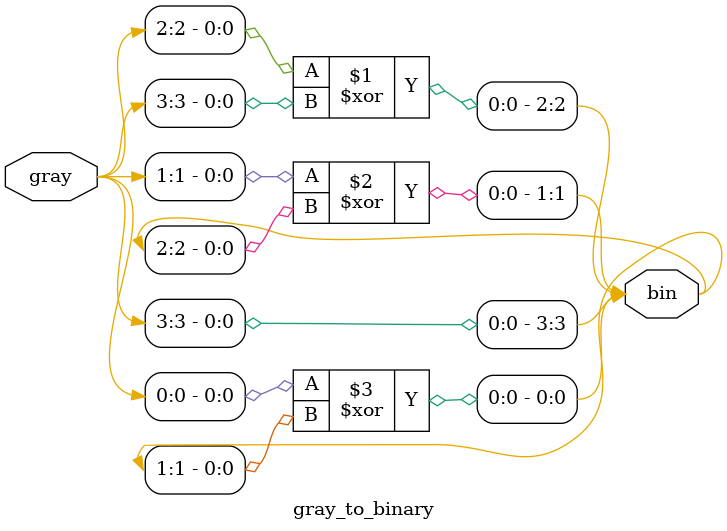
<source format=v>
 module gray_to_binary(gray,bin);
 input[3:0] gray;
 output[3:0] bin;
 assign bin[3]= gray[3];
 assign bin[2]=gray[2]^bin[3];
 assign bin[1]=gray[1]^bin[2];
 assign bin[0]=gray[0]^bin[1];
 endmodule
</source>
